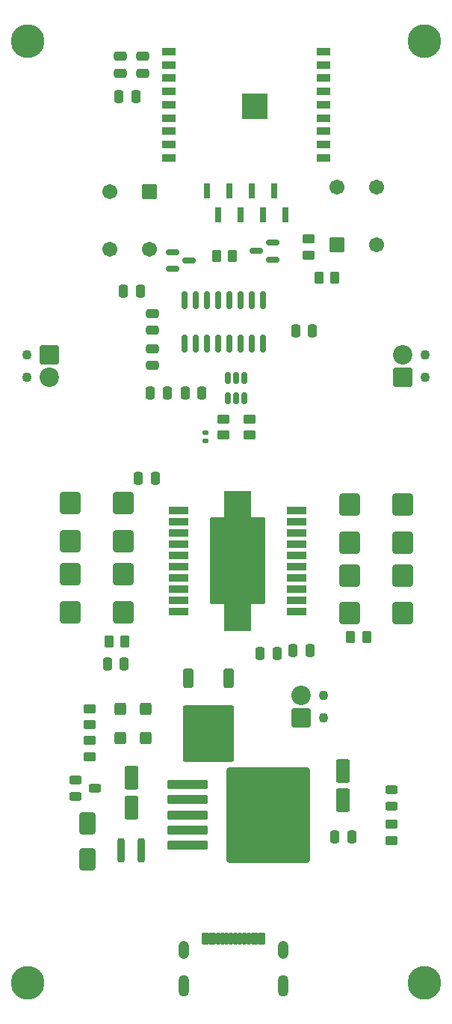
<source format=gbr>
%TF.GenerationSoftware,KiCad,Pcbnew,9.0.1*%
%TF.CreationDate,2025-07-20T14:02:17+01:00*%
%TF.ProjectId,pcb_suiveur,7063625f-7375-4697-9665-75722e6b6963,rev?*%
%TF.SameCoordinates,Original*%
%TF.FileFunction,Soldermask,Top*%
%TF.FilePolarity,Negative*%
%FSLAX46Y46*%
G04 Gerber Fmt 4.6, Leading zero omitted, Abs format (unit mm)*
G04 Created by KiCad (PCBNEW 9.0.1) date 2025-07-20 14:02:17*
%MOMM*%
%LPD*%
G01*
G04 APERTURE LIST*
G04 Aperture macros list*
%AMRoundRect*
0 Rectangle with rounded corners*
0 $1 Rounding radius*
0 $2 $3 $4 $5 $6 $7 $8 $9 X,Y pos of 4 corners*
0 Add a 4 corners polygon primitive as box body*
4,1,4,$2,$3,$4,$5,$6,$7,$8,$9,$2,$3,0*
0 Add four circle primitives for the rounded corners*
1,1,$1+$1,$2,$3*
1,1,$1+$1,$4,$5*
1,1,$1+$1,$6,$7*
1,1,$1+$1,$8,$9*
0 Add four rect primitives between the rounded corners*
20,1,$1+$1,$2,$3,$4,$5,0*
20,1,$1+$1,$4,$5,$6,$7,0*
20,1,$1+$1,$6,$7,$8,$9,0*
20,1,$1+$1,$8,$9,$2,$3,0*%
G04 Aperture macros list end*
%ADD10RoundRect,0.250000X0.900000X-1.000000X0.900000X1.000000X-0.900000X1.000000X-0.900000X-1.000000X0*%
%ADD11C,3.800000*%
%ADD12C,2.600000*%
%ADD13RoundRect,0.250000X0.450000X-0.262500X0.450000X0.262500X-0.450000X0.262500X-0.450000X-0.262500X0*%
%ADD14RoundRect,0.250000X-0.550000X1.075000X-0.550000X-1.075000X0.550000X-1.075000X0.550000X1.075000X0*%
%ADD15RoundRect,0.250000X-0.250000X-0.475000X0.250000X-0.475000X0.250000X0.475000X-0.250000X0.475000X0*%
%ADD16RoundRect,0.250000X0.250000X0.475000X-0.250000X0.475000X-0.250000X-0.475000X0.250000X-0.475000X0*%
%ADD17RoundRect,0.250000X0.650000X-1.000000X0.650000X1.000000X-0.650000X1.000000X-0.650000X-1.000000X0*%
%ADD18C,2.200000*%
%ADD19RoundRect,0.249999X0.850001X-0.850001X0.850001X0.850001X-0.850001X0.850001X-0.850001X-0.850001X0*%
%ADD20C,1.100000*%
%ADD21RoundRect,0.150000X0.150000X-0.825000X0.150000X0.825000X-0.150000X0.825000X-0.150000X-0.825000X0*%
%ADD22RoundRect,0.250000X0.262500X0.450000X-0.262500X0.450000X-0.262500X-0.450000X0.262500X-0.450000X0*%
%ADD23O,1.254000X2.454000*%
%ADD24O,1.254000X2.054000*%
%ADD25RoundRect,0.102000X-0.150000X-0.575000X0.150000X-0.575000X0.150000X0.575000X-0.150000X0.575000X0*%
%ADD26RoundRect,0.102000X-0.300000X-0.575000X0.300000X-0.575000X0.300000X0.575000X-0.300000X0.575000X0*%
%ADD27RoundRect,0.200000X-0.200000X-1.150000X0.200000X-1.150000X0.200000X1.150000X-0.200000X1.150000X0*%
%ADD28RoundRect,0.150000X-0.587500X-0.150000X0.587500X-0.150000X0.587500X0.150000X-0.587500X0.150000X0*%
%ADD29RoundRect,0.250000X0.400000X0.450000X-0.400000X0.450000X-0.400000X-0.450000X0.400000X-0.450000X0*%
%ADD30RoundRect,0.250000X-0.450000X0.262500X-0.450000X-0.262500X0.450000X-0.262500X0.450000X0.262500X0*%
%ADD31RoundRect,0.250000X-0.350000X0.850000X-0.350000X-0.850000X0.350000X-0.850000X0.350000X0.850000X0*%
%ADD32RoundRect,0.249997X-2.650003X2.950003X-2.650003X-2.950003X2.650003X-2.950003X2.650003X2.950003X0*%
%ADD33RoundRect,0.250000X-0.262500X-0.450000X0.262500X-0.450000X0.262500X0.450000X-0.262500X0.450000X0*%
%ADD34RoundRect,0.147500X0.172500X-0.147500X0.172500X0.147500X-0.172500X0.147500X-0.172500X-0.147500X0*%
%ADD35RoundRect,0.250000X0.550000X-1.075000X0.550000X1.075000X-0.550000X1.075000X-0.550000X-1.075000X0*%
%ADD36RoundRect,0.243750X0.456250X-0.243750X0.456250X0.243750X-0.456250X0.243750X-0.456250X-0.243750X0*%
%ADD37RoundRect,0.250000X-2.050000X-0.300000X2.050000X-0.300000X2.050000X0.300000X-2.050000X0.300000X0*%
%ADD38RoundRect,0.250002X-4.449998X-5.149998X4.449998X-5.149998X4.449998X5.149998X-4.449998X5.149998X0*%
%ADD39RoundRect,0.250000X-0.450000X-0.250000X0.450000X-0.250000X0.450000X0.250000X-0.450000X0.250000X0*%
%ADD40RoundRect,0.249999X-0.850001X0.850001X-0.850001X-0.850001X0.850001X-0.850001X0.850001X0.850001X0*%
%ADD41C,1.702000*%
%ADD42RoundRect,0.102000X0.749000X-0.749000X0.749000X0.749000X-0.749000X0.749000X-0.749000X-0.749000X0*%
%ADD43RoundRect,0.250000X-0.475000X0.250000X-0.475000X-0.250000X0.475000X-0.250000X0.475000X0.250000X0*%
%ADD44RoundRect,0.102000X-1.450000X-1.525000X1.450000X-1.525000X1.450000X1.525000X-1.450000X1.525000X0*%
%ADD45RoundRect,0.102000X-3.000000X-4.800000X3.000000X-4.800000X3.000000X4.800000X-3.000000X4.800000X0*%
%ADD46RoundRect,0.102000X-1.000000X-0.350000X1.000000X-0.350000X1.000000X0.350000X-1.000000X0.350000X0*%
%ADD47RoundRect,0.150000X0.587500X0.150000X-0.587500X0.150000X-0.587500X-0.150000X0.587500X-0.150000X0*%
%ADD48R,0.650000X1.800000*%
%ADD49RoundRect,0.102000X-0.749000X0.749000X-0.749000X-0.749000X0.749000X-0.749000X0.749000X0.749000X0*%
%ADD50RoundRect,0.150000X-0.150000X0.512500X-0.150000X-0.512500X0.150000X-0.512500X0.150000X0.512500X0*%
%ADD51R,1.500000X0.900000*%
%ADD52C,0.600000*%
%ADD53R,2.900000X2.900000*%
G04 APERTURE END LIST*
D10*
%TO.C,D4*%
X136375000Y-100260000D03*
X136375000Y-104560000D03*
%TD*%
D11*
%TO.C,H1*%
X170500000Y-40000000D03*
D12*
X170500000Y-40000000D03*
%TD*%
D11*
%TO.C,H2*%
X125500000Y-40000000D03*
D12*
X125500000Y-40000000D03*
%TD*%
D13*
%TO.C,R15*%
X166750000Y-128587500D03*
X166750000Y-130412500D03*
%TD*%
D14*
%TO.C,C4*%
X137250000Y-126675000D03*
X137250000Y-123325000D03*
%TD*%
D13*
%TO.C,R8*%
X157325000Y-62362500D03*
X157325000Y-64187500D03*
%TD*%
D15*
%TO.C,C6*%
X138275000Y-68275000D03*
X136375000Y-68275000D03*
%TD*%
D16*
%TO.C,C22*%
X155575000Y-108910000D03*
X157475000Y-108910000D03*
%TD*%
D17*
%TO.C,D12*%
X132250000Y-128500000D03*
X132250000Y-132500000D03*
%TD*%
D11*
%TO.C,H4*%
X170500000Y-146500000D03*
D12*
X170500000Y-146500000D03*
%TD*%
D18*
%TO.C,J4_battery3*%
X156460000Y-114000000D03*
D19*
X156460000Y-116540000D03*
D20*
X159000000Y-114000000D03*
X159000000Y-116540000D03*
%TD*%
D21*
%TO.C,U4*%
X143285000Y-69275000D03*
X144555000Y-69275000D03*
X145825000Y-69275000D03*
X147095000Y-69275000D03*
X148365000Y-69275000D03*
X149635000Y-69275000D03*
X150905000Y-69275000D03*
X152175000Y-69275000D03*
X152175000Y-74225000D03*
X150905000Y-74225000D03*
X149635000Y-74225000D03*
X148365000Y-74225000D03*
X147095000Y-74225000D03*
X145825000Y-74225000D03*
X144555000Y-74225000D03*
X143285000Y-74225000D03*
%TD*%
D22*
%TO.C,R11*%
X162112500Y-107410000D03*
X163937500Y-107410000D03*
%TD*%
D23*
%TO.C,P1*%
X154445000Y-146812500D03*
X143205000Y-146812500D03*
D24*
X154445000Y-142812500D03*
X143205000Y-142812500D03*
D25*
X148075000Y-141537500D03*
D26*
X151225000Y-141537500D03*
X146425000Y-141537500D03*
D25*
X150075000Y-141537500D03*
X147075000Y-141537500D03*
X149075000Y-141537500D03*
X149575000Y-141537500D03*
X148575000Y-141537500D03*
X150575000Y-141537500D03*
X147575000Y-141537500D03*
D26*
X152025000Y-141537500D03*
X145625000Y-141537500D03*
%TD*%
D27*
%TO.C,L1*%
X138400000Y-131500000D03*
X136100000Y-131500000D03*
%TD*%
D13*
%TO.C,R13*%
X150635000Y-82725000D03*
X150635000Y-84550000D03*
%TD*%
D16*
%TO.C,C21*%
X134575000Y-110410000D03*
X136475000Y-110410000D03*
%TD*%
D28*
%TO.C,Q2*%
X143825000Y-64775000D03*
X141950000Y-65725000D03*
X141950000Y-63825000D03*
%TD*%
D29*
%TO.C,D15*%
X136000000Y-115500000D03*
X138900000Y-115500000D03*
%TD*%
D15*
%TO.C,C18*%
X141325000Y-79775000D03*
X139425000Y-79775000D03*
%TD*%
D10*
%TO.C,D1*%
X136375000Y-92260000D03*
X136375000Y-96560000D03*
%TD*%
D30*
%TO.C,R21*%
X132500000Y-120912500D03*
X132500000Y-119087500D03*
%TD*%
D10*
%TO.C,D3*%
X130375000Y-100260000D03*
X130375000Y-104560000D03*
%TD*%
D16*
%TO.C,C7*%
X155875000Y-72775000D03*
X157775000Y-72775000D03*
%TD*%
D31*
%TO.C,Q6*%
X143745000Y-112025000D03*
D32*
X146025000Y-118325000D03*
D31*
X148305000Y-112025000D03*
%TD*%
D16*
%TO.C,C23*%
X138075000Y-89410000D03*
X139975000Y-89410000D03*
%TD*%
D30*
%TO.C,R22*%
X132500000Y-117325000D03*
X132500000Y-115500000D03*
%TD*%
D33*
%TO.C,R9*%
X148737500Y-64275000D03*
X146912500Y-64275000D03*
%TD*%
D34*
%TO.C,FB1*%
X145635000Y-84240000D03*
X145635000Y-85210000D03*
%TD*%
D16*
%TO.C,C20*%
X151875000Y-109275000D03*
X153775000Y-109275000D03*
%TD*%
D35*
%TO.C,C1*%
X161250000Y-122500000D03*
X161250000Y-125850000D03*
%TD*%
D36*
%TO.C,D9*%
X166750000Y-124625000D03*
X166750000Y-126500000D03*
%TD*%
D37*
%TO.C,U6*%
X143600000Y-130900000D03*
X143600000Y-129200000D03*
D38*
X152750000Y-127500000D03*
D37*
X143600000Y-127500000D03*
X143600000Y-125800000D03*
X143600000Y-124100000D03*
%TD*%
D39*
%TO.C,Q3*%
X133100000Y-124500000D03*
X130900000Y-125450000D03*
X130900000Y-123550000D03*
%TD*%
D10*
%TO.C,D8*%
X162025000Y-92410000D03*
X162025000Y-96710000D03*
%TD*%
D15*
%TO.C,C8*%
X162250000Y-130000000D03*
X160350000Y-130000000D03*
%TD*%
D22*
%TO.C,R10*%
X158500000Y-66775000D03*
X160325000Y-66775000D03*
%TD*%
D15*
%TO.C,C17*%
X145275000Y-79775000D03*
X143375000Y-79775000D03*
%TD*%
D18*
%TO.C,J2*%
X128000000Y-78040000D03*
D40*
X128000000Y-75500000D03*
D20*
X125460000Y-78040000D03*
X125460000Y-75500000D03*
%TD*%
D41*
%TO.C,SW2*%
X165075000Y-56525000D03*
X160575000Y-56525000D03*
X165075000Y-63025000D03*
D42*
X160575000Y-63025000D03*
%TD*%
D43*
%TO.C,C15*%
X138515000Y-43625000D03*
X138515000Y-41725000D03*
%TD*%
D44*
%TO.C,U2*%
X149325000Y-105075000D03*
X149325000Y-92475000D03*
D45*
X149325000Y-98775000D03*
D46*
X156025000Y-93060000D03*
X156025000Y-94330000D03*
X156025000Y-95600000D03*
X156025000Y-96870000D03*
X156025000Y-98140000D03*
X156025000Y-99410000D03*
X156025000Y-100680000D03*
X156025000Y-101950000D03*
X156025000Y-103220000D03*
X156025000Y-104490000D03*
X142625000Y-104490000D03*
X142625000Y-103220000D03*
X142625000Y-101950000D03*
X142625000Y-100680000D03*
X142625000Y-99410000D03*
X142625000Y-98140000D03*
X142625000Y-96870000D03*
X142625000Y-95600000D03*
X142625000Y-94330000D03*
X142625000Y-93060000D03*
%TD*%
D10*
%TO.C,D7*%
X162025000Y-100410000D03*
X162025000Y-104710000D03*
%TD*%
%TO.C,D5*%
X168025000Y-100410000D03*
X168025000Y-104710000D03*
%TD*%
D43*
%TO.C,C16*%
X136015000Y-43625000D03*
X136015000Y-41725000D03*
%TD*%
D47*
%TO.C,Q1*%
X151450000Y-63725000D03*
X153325000Y-62775000D03*
X153325000Y-64675000D03*
%TD*%
D48*
%TO.C,J1*%
X154715000Y-59625000D03*
X153445000Y-56925000D03*
X152175000Y-59625000D03*
X150905000Y-56925000D03*
X149635000Y-59625000D03*
X148365000Y-56925000D03*
X147095000Y-59625000D03*
X145825000Y-56925000D03*
%TD*%
D10*
%TO.C,D2*%
X130375000Y-92260000D03*
X130375000Y-96560000D03*
%TD*%
D11*
%TO.C,H3*%
X125500000Y-146500000D03*
D12*
X125500000Y-146500000D03*
%TD*%
D18*
%TO.C,J3*%
X168000000Y-75500000D03*
D19*
X168000000Y-78040000D03*
D20*
X170540000Y-75500000D03*
X170540000Y-78040000D03*
%TD*%
D43*
%TO.C,C2*%
X139635000Y-72675000D03*
X139635000Y-70775000D03*
%TD*%
D29*
%TO.C,D14*%
X136000000Y-118850000D03*
X138900000Y-118850000D03*
%TD*%
D41*
%TO.C,SW1*%
X134825000Y-63525000D03*
X139325000Y-63525000D03*
X134825000Y-57025000D03*
D49*
X139325000Y-57025000D03*
%TD*%
D33*
%TO.C,R14*%
X136525000Y-107910000D03*
X134700000Y-107910000D03*
%TD*%
D50*
%TO.C,U3*%
X150085000Y-80362500D03*
X149135000Y-80362500D03*
X148185000Y-80362500D03*
X148185000Y-78087500D03*
X149135000Y-78087500D03*
X150085000Y-78087500D03*
%TD*%
D10*
%TO.C,D6*%
X168025000Y-92410000D03*
X168025000Y-96710000D03*
%TD*%
D43*
%TO.C,C3*%
X139635000Y-76675000D03*
X139635000Y-74775000D03*
%TD*%
D15*
%TO.C,C19*%
X137775000Y-46275000D03*
X135875000Y-46275000D03*
%TD*%
D13*
%TO.C,R12*%
X147685000Y-82725000D03*
X147685000Y-84550000D03*
%TD*%
D51*
%TO.C,U1*%
X141515000Y-41175000D03*
X141515000Y-42675000D03*
X141515000Y-44175000D03*
X141515000Y-45675000D03*
X141515000Y-47175000D03*
X141515000Y-48675000D03*
X141515000Y-50175000D03*
X141515000Y-51675000D03*
X141515000Y-53175000D03*
X159015000Y-53175000D03*
X159015000Y-51675000D03*
X159015000Y-50175000D03*
X159015000Y-48675000D03*
X159015000Y-47175000D03*
X159015000Y-45675000D03*
X159015000Y-44175000D03*
X159015000Y-42675000D03*
X159015000Y-41175000D03*
D52*
X150125000Y-46825000D03*
X150125000Y-47925000D03*
X150675000Y-46275000D03*
X150675000Y-47375000D03*
X150675000Y-48475000D03*
X151225000Y-46825000D03*
D53*
X151225000Y-47375000D03*
D52*
X151225000Y-47925000D03*
X151775000Y-46275000D03*
X151775000Y-47375000D03*
X151775000Y-48475000D03*
X152325000Y-46825000D03*
X152325000Y-47925000D03*
%TD*%
M02*

</source>
